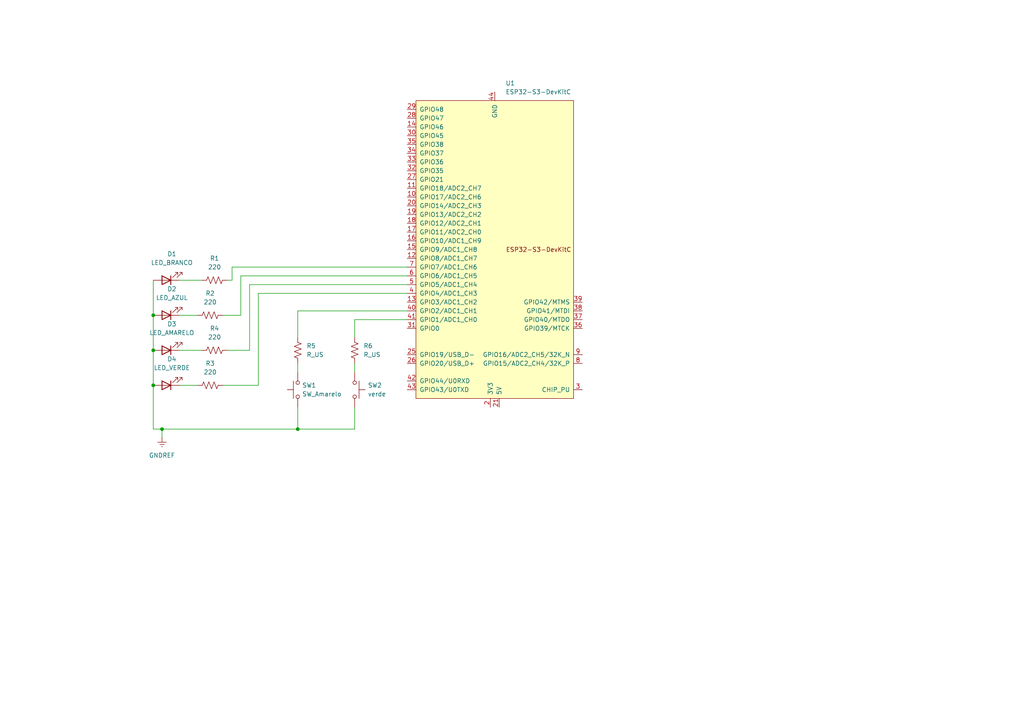
<source format=kicad_sch>
(kicad_sch (version 20250114) (generator "eeschema") (generator_version "9.0")
  (paper "A4")
  (title_block (title "SystemEmbebbed ATV04 Entradas Digitais") (date "2025-05-08") (rev "V 0.0.01") (company "Adriel Cassimiro "))
  (lib_symbols
    (symbol "Device:LED" (pin_numbers (hide yes)) (pin_names (offset 1.016) (hide yes))
      (property "Reference" "D" (at 0 2.54 0))
      (property "Value" "LED" (at 0 -2.54 0))
      (symbol "LED_0_1"
        (polyline (pts (xy -3.048 -0.762) (xy -4.572 -2.286) (xy -3.81 -2.286) (xy -4.572 -2.286) (xy -4.572 -1.524)))
        (polyline (pts (xy -1.778 -0.762) (xy -3.302 -2.286) (xy -2.54 -2.286) (xy -3.302 -2.286) (xy -3.302 -1.524)))
        (polyline (pts (xy -1.27 0) (xy 1.27 0)))
        (polyline (pts (xy -1.27 -1.27) (xy -1.27 1.27)) (stroke (width 0.254)))
        (polyline (pts (xy 1.27 -1.27) (xy 1.27 1.27) (xy -1.27 0) (xy 1.27 -1.27)) (stroke (width 0.254)))
      )
      (symbol "LED_1_1"
        (pin passive line (at -3.81 0 0) (length 2.54) (name "K") (number "1"))
        (pin passive line (at 3.81 0 180) (length 2.54) (name "A") (number "2"))
      )
    )
    (symbol "Device:R_US" (pin_numbers (hide yes)) (pin_names (offset 0))
      (property "Reference" "R" (at 2.54 0 90))
      (property "Value" "R_US" (at -2.54 0 90))
      (symbol "R_US_0_1"
        (polyline (pts (xy 0 2.286) (xy 0 2.54)))
        (polyline (pts (xy 0 2.286) (xy 1.016 1.905) (xy 0 1.524) (xy -1.016 1.143) (xy 0 0.762)))
        (polyline (pts (xy 0 0.762) (xy 1.016 0.381) (xy 0 0) (xy -1.016 -0.381) (xy 0 -0.762)))
        (polyline (pts (xy 0 -0.762) (xy 1.016 -1.143) (xy 0 -1.524) (xy -1.016 -1.905) (xy 0 -2.286)))
        (polyline (pts (xy 0 -2.286) (xy 0 -2.54)))
      )
      (symbol "R_US_1_1"
        (pin passive line (at 0 3.81 270) (length 1.27) (name "~") (number "1"))
        (pin passive line (at 0 -3.81 90) (length 1.27) (name "~") (number "2"))
      )
    )
    (symbol "PCM_Espressif:ESP32-S3-DevKitC" (pin_names (offset 1.016))
      (property "Reference" "U" (at -22.86 48.26 0))
      (property "Value" "ESP32-S3-DevKitC" (at -22.86 45.72 0))
      (symbol "ESP32-S3-DevKitC_0_0"
        (text "ESP32-S3-DevKitC" (at -12.7 0 0) (effects (font (size 1.27 1.27))))
        (pin bidirectional line (at -25.4 15.24 0) (length 2.54) (name "GPIO42/MTMS") (number "39"))
        (pin power_in line (at 0 -45.72 90) (length 2.54) (name "GND") (number "44"))
        (pin bidirectional line (at 25.4 40.64 180) (length 2.54) (name "GPIO43/U0TXD") (number "43"))
        (pin bidirectional line (at 25.4 38.1 180) (length 2.54) (name "GPIO44/U0RXD") (number "42"))
        (pin bidirectional line (at 25.4 20.32 180) (length 2.54) (name "GPIO1/ADC1_CH0") (number "41"))
        (pin bidirectional line (at 25.4 17.78 180) (length 2.54) (name "GPIO2/ADC1_CH1") (number "40"))
        (pin bidirectional line (at 25.4 -10.16 180) (length 2.54) (name "GPIO13/ADC2_CH2") (number "19"))
        (pin bidirectional line (at 25.4 -35.56 180) (length 2.54) (name "GPIO46") (number "14"))
      )
      (symbol "ESP32-S3-DevKitC_0_1"
        (rectangle (start -22.86 43.18) (end 22.86 -43.18) (fill (type background)))
        (pin power_in line (at 1.27 45.72 270) (length 2.54) (name "3V3") (number "2"))
      )
      (symbol "ESP32-S3-DevKitC_1_1"
        (pin input line (at -25.4 40.64 0) (length 2.54) (name "CHIP_PU") (number "3"))
        (pin bidirectional line (at -25.4 33.02 0) (length 2.54) (name "GPIO15/ADC2_CH4/32K_P") (number "8"))
        (pin bidirectional line (at -25.4 30.48 0) (length 2.54) (name "GPIO16/ADC2_CH5/32K_N") (number "9"))
        (pin bidirectional line (at -25.4 22.86 0) (length 2.54) (name "GPIO39/MTCK") (number "36"))
        (pin bidirectional line (at -25.4 20.32 0) (length 2.54) (name "GPIO40/MTDO") (number "37"))
        (pin bidirectional line (at -25.4 17.78 0) (length 2.54) (name "GPIO41/MTDI") (number "38"))
        (pin power_in line (at -1.27 45.72 270) (length 2.54) (name "5V") (number "21"))
        (pin passive line (at 0 -45.72 90) (length 2.54) (hide yes) (name "GND") (number "22"))
        (pin passive line (at 0 -45.72 90) (length 2.54) (hide yes) (name "GND") (number "23"))
        (pin passive line (at 0 -45.72 90) (length 2.54) (hide yes) (name "GND") (number "24"))
        (pin passive line (at 1.27 45.72 270) (length 2.54) (hide yes) (name "3V3") (number "1"))
        (pin bidirectional line (at 25.4 33.02 180) (length 2.54) (name "GPIO20/USB_D+") (number "26"))
        (pin bidirectional line (at 25.4 30.48 180) (length 2.54) (name "GPIO19/USB_D-") (number "25"))
        (pin bidirectional line (at 25.4 22.86 180) (length 2.54) (name "GPIO0") (number "31"))
        (pin bidirectional line (at 25.4 15.24 180) (length 2.54) (name "GPIO3/ADC1_CH2") (number "13"))
        (pin bidirectional line (at 25.4 12.7 180) (length 2.54) (name "GPIO4/ADC1_CH3") (number "4"))
        (pin bidirectional line (at 25.4 10.16 180) (length 2.54) (name "GPIO5/ADC1_CH4") (number "5"))
        (pin bidirectional line (at 25.4 7.62 180) (length 2.54) (name "GPIO6/ADC1_CH5") (number "6"))
        (pin bidirectional line (at 25.4 5.08 180) (length 2.54) (name "GPIO7/ADC1_CH6") (number "7"))
        (pin bidirectional line (at 25.4 2.54 180) (length 2.54) (name "GPIO8/ADC1_CH7") (number "12"))
        (pin bidirectional line (at 25.4 0 180) (length 2.54) (name "GPIO9/ADC1_CH8") (number "15"))
        (pin bidirectional line (at 25.4 -2.54 180) (length 2.54) (name "GPIO10/ADC1_CH9") (number "16"))
        (pin bidirectional line (at 25.4 -5.08 180) (length 2.54) (name "GPIO11/ADC2_CH0") (number "17"))
        (pin bidirectional line (at 25.4 -7.62 180) (length 2.54) (name "GPIO12/ADC2_CH1") (number "18"))
        (pin bidirectional line (at 25.4 -12.7 180) (length 2.54) (name "GPIO14/ADC2_CH3") (number "20"))
        (pin bidirectional line (at 25.4 -15.24 180) (length 2.54) (name "GPIO17/ADC2_CH6") (number "10"))
        (pin bidirectional line (at 25.4 -17.78 180) (length 2.54) (name "GPIO18/ADC2_CH7") (number "11"))
        (pin bidirectional line (at 25.4 -20.32 180) (length 2.54) (name "GPIO21") (number "27"))
        (pin bidirectional line (at 25.4 -22.86 180) (length 2.54) (name "GPIO35") (number "32"))
        (pin bidirectional line (at 25.4 -25.4 180) (length 2.54) (name "GPIO36") (number "33"))
        (pin bidirectional line (at 25.4 -27.94 180) (length 2.54) (name "GPIO37") (number "34"))
        (pin bidirectional line (at 25.4 -30.48 180) (length 2.54) (name "GPIO38") (number "35"))
        (pin bidirectional line (at 25.4 -33.02 180) (length 2.54) (name "GPIO45") (number "30"))
        (pin bidirectional line (at 25.4 -38.1 180) (length 2.54) (name "GPIO47") (number "28"))
        (pin bidirectional line (at 25.4 -40.64 180) (length 2.54) (name "GPIO48") (number "29"))
      )
    )
    (symbol "Switch:SW_Push" (pin_numbers (hide yes)) (pin_names (offset 1.016) (hide yes))
      (property "Reference" "SW" (at 1.27 2.54 0))
      (property "Value" "SW_Push" (at 0 -1.524 0))
      (symbol "SW_Push_0_1"
        (circle (center -2.032 0) (radius 0.508))
        (polyline (pts (xy 0 1.27) (xy 0 3.048)))
        (circle (center 2.032 0) (radius 0.508))
        (polyline (pts (xy 2.54 1.27) (xy -2.54 1.27)))
        (pin passive line (at -5.08 0 0) (length 2.54) (name "1") (number "1"))
        (pin passive line (at 5.08 0 180) (length 2.54) (name "2") (number "2"))
      )
    )
    (symbol "power:GNDREF" (power) (pin_numbers (hide yes)) (pin_names (offset 0) (hide yes))
      (property "Value" "GNDREF" (at 0 -3.81 0))
      (symbol "GNDREF_0_1"
        (polyline (pts (xy -0.635 -1.905) (xy 0.635 -1.905)))
        (polyline (pts (xy -0.127 -2.54) (xy 0.127 -2.54)))
        (polyline (pts (xy 0 -1.27) (xy 0 0)))
        (polyline (pts (xy 1.27 -1.27) (xy -1.27 -1.27)))
      )
      (symbol "GNDREF_1_1"
        (pin power_in line (at 0 0 270) (length 0) (name "~") (number "1"))
      )
    )
  )
  (junction (at 44.45 91.44))
  (junction (at 44.45 111.76))
  (junction (at 44.45 101.6))
  (junction (at 86.36 124.46))
  (junction (at 46.99 124.46))
  (wire (pts (xy 86.36 118.11) (xy 86.36 124.46)))
  (wire (pts (xy 52.07 101.6) (xy 58.42 101.6)))
  (wire (pts (xy 86.36 124.46) (xy 46.99 124.46)))
  (wire (pts (xy 44.45 101.6) (xy 44.45 111.76)))
  (wire (pts (xy 86.36 90.17) (xy 86.36 97.79)))
  (wire (pts (xy 52.07 81.28) (xy 58.42 81.28)))
  (wire (pts (xy 74.93 111.76) (xy 64.77 111.76)))
  (wire (pts (xy 44.45 91.44) (xy 44.45 101.6)))
  (wire (pts (xy 44.45 111.76) (xy 44.45 124.46)))
  (wire (pts (xy 52.07 91.44) (xy 57.15 91.44)))
  (wire (pts (xy 102.87 92.71) (xy 102.87 97.79)))
  (wire (pts (xy 44.45 81.28) (xy 44.45 91.44)))
  (wire (pts (xy 46.99 124.46) (xy 46.99 127)))
  (wire (pts (xy 44.45 124.46) (xy 46.99 124.46)))
  (wire (pts (xy 102.87 118.11) (xy 102.87 124.46)))
  (wire (pts (xy 64.77 91.44) (xy 69.85 91.44)))
  (wire (pts (xy 52.07 111.76) (xy 57.15 111.76)))
  (wire (pts (xy 67.31 77.47) (xy 67.31 81.28)))
  (wire (pts (xy 66.04 101.6) (xy 72.39 101.6)))
  (wire (pts (xy 72.39 82.55) (xy 72.39 101.6)))
  (wire (pts (xy 67.31 81.28) (xy 66.04 81.28)))
  (wire (pts (xy 118.11 92.71) (xy 102.87 92.71)))
  (wire (pts (xy 69.85 80.01) (xy 69.85 91.44)))
  (wire (pts (xy 67.31 77.47) (xy 118.11 77.47)))
  (wire (pts (xy 74.93 85.09) (xy 74.93 111.76)))
  (wire (pts (xy 102.87 105.41) (xy 102.87 107.95)))
  (wire (pts (xy 69.85 80.01) (xy 118.11 80.01)))
  (wire (pts (xy 86.36 105.41) (xy 86.36 107.95)))
  (wire (pts (xy 118.11 90.17) (xy 86.36 90.17)))
  (wire (pts (xy 74.93 85.09) (xy 118.11 85.09)))
  (wire (pts (xy 102.87 124.46) (xy 86.36 124.46)))
  (wire (pts (xy 72.39 82.55) (xy 118.11 82.55)))
  (symbol (lib_id "Device:R_US") (at 60.96 91.44 90) (unit 1)
    (property "Reference" "R2" (at 60.96 85.09 90))
    (property "Value" "220" (at 60.96 87.63 90))
    (property "Description" "Resistor, US symbol" (effects (hide yes)))
  )
  (symbol (lib_id "Device:LED") (at 48.26 101.6 180) (unit 1)
    (property "Reference" "D3" (at 49.8475 93.98 0))
    (property "Value" "LED_AMARELO" (at 49.8475 96.52 0))
    (property "Description" "Light emitting diode" (effects (hide yes)))
    (property "Sim.Pins" "1=K 2=A" (effects (hide yes)))
  )
  (symbol (lib_id "Switch:SW_Push") (at 102.87 113.03 270) (unit 1)
    (property "Reference" "SW2" (at 106.68 111.7599 90) (effects (justify left)))
    (property "Value" "verde" (at 106.68 114.2999 90) (effects (justify left)))
    (property "Description" "Push button switch, generic, two pins" (effects (hide yes)))
  )
  (symbol (lib_id "Device:R_US") (at 86.36 101.6 0) (unit 1)
    (property "Reference" "R5" (at 88.9 100.3299 0) (effects (justify left)))
    (property "Value" "R_US" (at 88.9 102.8699 0) (effects (justify left)))
    (property "Description" "Resistor, US symbol" (effects (hide yes)))
  )
  (symbol (lib_id "Device:R_US") (at 62.23 81.28 90) (unit 1)
    (property "Reference" "R1" (at 62.23 74.93 90))
    (property "Value" "220" (at 62.23 77.47 90))
    (property "Description" "Resistor, US symbol" (effects (hide yes)))
  )
  (symbol (lib_id "power:GNDREF") (at 46.99 127 0) (unit 1)
    (property "Reference" "#PWR01" (effects (hide yes)))
    (property "Value" "GNDREF" (at 46.99 132.08 0))
    (property "Description" "Power symbol creates a global label with name \"GNDREF\" , reference supply ground" (effects (hide yes)))
  )
  (symbol (lib_id "Switch:SW_Push") (at 86.36 113.03 90) (unit 1)
    (property "Reference" "SW1" (at 87.63 111.7599 90) (effects (justify right)))
    (property "Value" "SW_Amarelo" (at 87.63 114.2999 90) (effects (justify right)))
    (property "Description" "Push button switch, generic, two pins" (effects (hide yes)))
  )
  (symbol (lib_id "Device:LED") (at 48.26 91.44 180) (unit 1)
    (property "Reference" "D2" (at 49.8475 83.82 0))
    (property "Value" "LED_AZUL" (at 49.8475 86.36 0))
    (property "Description" "Light emitting diode" (effects (hide yes)))
    (property "Sim.Pins" "1=K 2=A" (effects (hide yes)))
  )
  (symbol (lib_id "Device:R_US") (at 60.96 111.76 90) (unit 1)
    (property "Reference" "R3" (at 60.96 105.41 90))
    (property "Value" "220" (at 60.96 107.95 90))
    (property "Description" "Resistor, US symbol" (effects (hide yes)))
  )
  (symbol (lib_id "Device:LED") (at 48.26 111.76 180) (unit 1)
    (property "Reference" "D4" (at 49.8475 104.14 0))
    (property "Value" "LED_VERDE" (at 49.8475 106.68 0))
    (property "Description" "Light emitting diode" (effects (hide yes)))
    (property "Sim.Pins" "1=K 2=A" (effects (hide yes)))
  )
  (symbol (lib_id "Device:R_US") (at 102.87 101.6 0) (unit 1)
    (property "Reference" "R6" (at 105.41 100.3299 0) (effects (justify left)))
    (property "Value" "R_US" (at 105.41 102.8699 0) (effects (justify left)))
    (property "Description" "Resistor, US symbol" (effects (hide yes)))
  )
  (symbol (lib_id "PCM_Espressif:ESP32-S3-DevKitC") (at 143.51 72.39 180) (unit 1)
    (property "Reference" "U1" (at 146.6281 24.13 0) (effects (justify right)))
    (property "Value" "ESP32-S3-DevKitC" (at 146.6281 26.67 0) (effects (justify right)))
    (property "Footprint" "PCM_Espressif:ESP32-S3-DevKitC" (effects (hide yes)))
    (property "Description" "ESP32-S3-DevKitC" (effects (hide yes)))
  )
  (symbol (lib_id "Device:R_US") (at 62.23 101.6 90) (unit 1)
    (property "Reference" "R4" (at 62.23 95.25 90))
    (property "Value" "220" (at 62.23 97.79 90))
    (property "Description" "Resistor, US symbol" (effects (hide yes)))
  )
  (symbol (lib_id "Device:LED") (at 48.26 81.28 180) (unit 1)
    (property "Reference" "D1" (at 49.8475 73.66 0))
    (property "Value" "LED_BRANCO" (at 49.8475 76.2 0))
    (property "Description" "Light emitting diode" (effects (hide yes)))
    (property "Sim.Pins" "1=K 2=A" (effects (hide yes)))
  )
)
</source>
